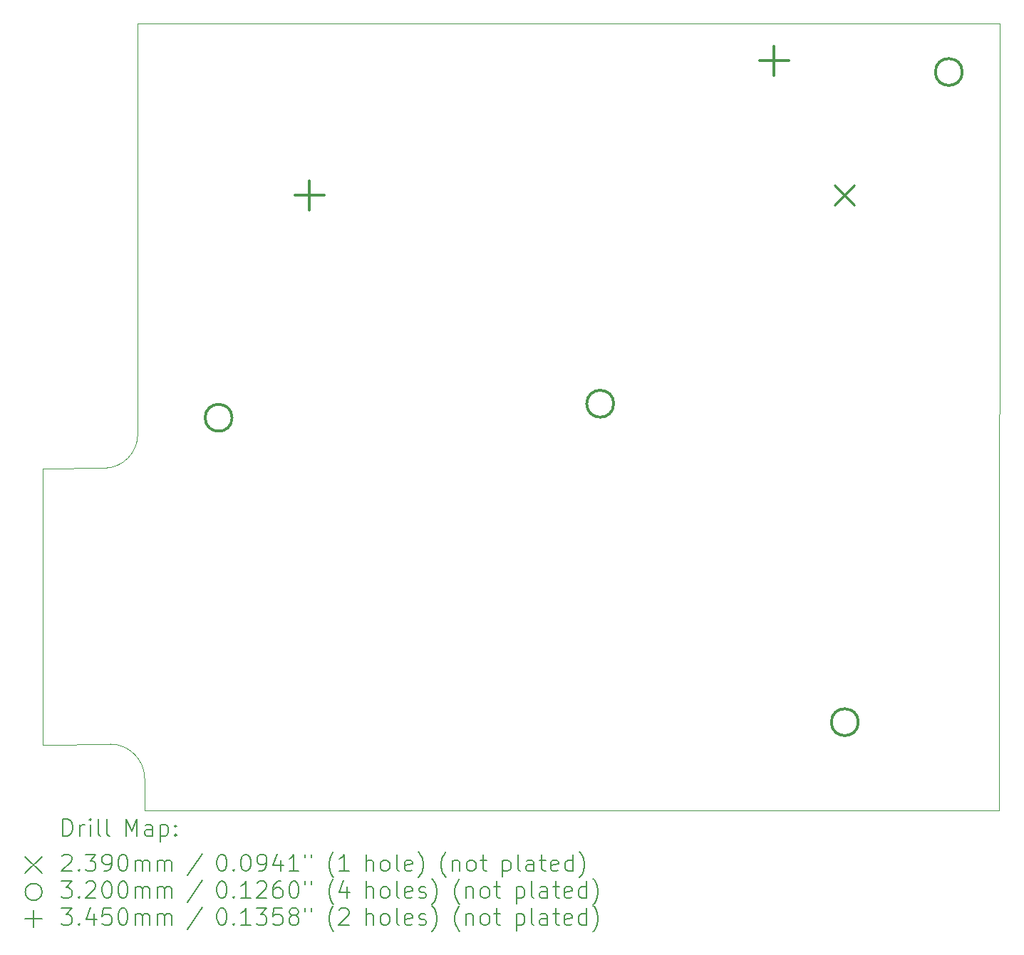
<source format=gbr>
%TF.GenerationSoftware,KiCad,Pcbnew,(7.0.0-0)*%
%TF.CreationDate,2023-11-01T15:12:36+02:00*%
%TF.ProjectId,Untitled,556e7469-746c-4656-942e-6b696361645f,rev?*%
%TF.SameCoordinates,Original*%
%TF.FileFunction,Drillmap*%
%TF.FilePolarity,Positive*%
%FSLAX45Y45*%
G04 Gerber Fmt 4.5, Leading zero omitted, Abs format (unit mm)*
G04 Created by KiCad (PCBNEW (7.0.0-0)) date 2023-11-01 15:12:36*
%MOMM*%
%LPD*%
G01*
G04 APERTURE LIST*
%ADD10C,0.100000*%
%ADD11C,0.200000*%
%ADD12C,0.239000*%
%ADD13C,0.320000*%
%ADD14C,0.345000*%
G04 APERTURE END LIST*
D10*
X19798000Y-2300000D02*
X19797000Y-11662000D01*
X9641000Y-11281000D02*
G75*
G03*
X9233000Y-10870000I-409500J1500D01*
G01*
X8427500Y-7594000D02*
X8427500Y-10876000D01*
X9160000Y-7590000D02*
X8427500Y-7594000D01*
X19798000Y-2300000D02*
X9560000Y-2300000D01*
X9641000Y-11662000D02*
X19797000Y-11662000D01*
X9560000Y-2300000D02*
X9560000Y-7180000D01*
X9641000Y-11281000D02*
X9641000Y-11662000D01*
X9160000Y-7590000D02*
G75*
G03*
X9560000Y-7180000I-5000J405000D01*
G01*
X9233000Y-10870000D02*
X8427500Y-10876000D01*
D11*
D12*
X17834660Y-4226340D02*
X18073660Y-4465340D01*
X18073660Y-4226340D02*
X17834660Y-4465340D01*
D13*
X10680000Y-6990000D02*
G75*
G03*
X10680000Y-6990000I-160000J0D01*
G01*
X15214000Y-6823000D02*
G75*
G03*
X15214000Y-6823000I-160000J0D01*
G01*
X18120000Y-10609000D02*
G75*
G03*
X18120000Y-10609000I-160000J0D01*
G01*
X19356000Y-2879000D02*
G75*
G03*
X19356000Y-2879000I-160000J0D01*
G01*
D14*
X11601160Y-4173340D02*
X11601160Y-4518340D01*
X11428660Y-4345840D02*
X11773660Y-4345840D01*
X17121160Y-2573340D02*
X17121160Y-2918340D01*
X16948660Y-2745840D02*
X17293660Y-2745840D01*
D11*
X8670119Y-11960476D02*
X8670119Y-11760476D01*
X8670119Y-11760476D02*
X8717738Y-11760476D01*
X8717738Y-11760476D02*
X8746310Y-11770000D01*
X8746310Y-11770000D02*
X8765357Y-11789048D01*
X8765357Y-11789048D02*
X8774881Y-11808095D01*
X8774881Y-11808095D02*
X8784405Y-11846190D01*
X8784405Y-11846190D02*
X8784405Y-11874762D01*
X8784405Y-11874762D02*
X8774881Y-11912857D01*
X8774881Y-11912857D02*
X8765357Y-11931905D01*
X8765357Y-11931905D02*
X8746310Y-11950952D01*
X8746310Y-11950952D02*
X8717738Y-11960476D01*
X8717738Y-11960476D02*
X8670119Y-11960476D01*
X8870119Y-11960476D02*
X8870119Y-11827143D01*
X8870119Y-11865238D02*
X8879643Y-11846190D01*
X8879643Y-11846190D02*
X8889167Y-11836667D01*
X8889167Y-11836667D02*
X8908214Y-11827143D01*
X8908214Y-11827143D02*
X8927262Y-11827143D01*
X8993929Y-11960476D02*
X8993929Y-11827143D01*
X8993929Y-11760476D02*
X8984405Y-11770000D01*
X8984405Y-11770000D02*
X8993929Y-11779524D01*
X8993929Y-11779524D02*
X9003452Y-11770000D01*
X9003452Y-11770000D02*
X8993929Y-11760476D01*
X8993929Y-11760476D02*
X8993929Y-11779524D01*
X9117738Y-11960476D02*
X9098690Y-11950952D01*
X9098690Y-11950952D02*
X9089167Y-11931905D01*
X9089167Y-11931905D02*
X9089167Y-11760476D01*
X9222500Y-11960476D02*
X9203452Y-11950952D01*
X9203452Y-11950952D02*
X9193929Y-11931905D01*
X9193929Y-11931905D02*
X9193929Y-11760476D01*
X9418690Y-11960476D02*
X9418690Y-11760476D01*
X9418690Y-11760476D02*
X9485357Y-11903333D01*
X9485357Y-11903333D02*
X9552024Y-11760476D01*
X9552024Y-11760476D02*
X9552024Y-11960476D01*
X9732976Y-11960476D02*
X9732976Y-11855714D01*
X9732976Y-11855714D02*
X9723452Y-11836667D01*
X9723452Y-11836667D02*
X9704405Y-11827143D01*
X9704405Y-11827143D02*
X9666309Y-11827143D01*
X9666309Y-11827143D02*
X9647262Y-11836667D01*
X9732976Y-11950952D02*
X9713929Y-11960476D01*
X9713929Y-11960476D02*
X9666309Y-11960476D01*
X9666309Y-11960476D02*
X9647262Y-11950952D01*
X9647262Y-11950952D02*
X9637738Y-11931905D01*
X9637738Y-11931905D02*
X9637738Y-11912857D01*
X9637738Y-11912857D02*
X9647262Y-11893809D01*
X9647262Y-11893809D02*
X9666309Y-11884286D01*
X9666309Y-11884286D02*
X9713929Y-11884286D01*
X9713929Y-11884286D02*
X9732976Y-11874762D01*
X9828214Y-11827143D02*
X9828214Y-12027143D01*
X9828214Y-11836667D02*
X9847262Y-11827143D01*
X9847262Y-11827143D02*
X9885357Y-11827143D01*
X9885357Y-11827143D02*
X9904405Y-11836667D01*
X9904405Y-11836667D02*
X9913929Y-11846190D01*
X9913929Y-11846190D02*
X9923452Y-11865238D01*
X9923452Y-11865238D02*
X9923452Y-11922381D01*
X9923452Y-11922381D02*
X9913929Y-11941428D01*
X9913929Y-11941428D02*
X9904405Y-11950952D01*
X9904405Y-11950952D02*
X9885357Y-11960476D01*
X9885357Y-11960476D02*
X9847262Y-11960476D01*
X9847262Y-11960476D02*
X9828214Y-11950952D01*
X10009167Y-11941428D02*
X10018690Y-11950952D01*
X10018690Y-11950952D02*
X10009167Y-11960476D01*
X10009167Y-11960476D02*
X9999643Y-11950952D01*
X9999643Y-11950952D02*
X10009167Y-11941428D01*
X10009167Y-11941428D02*
X10009167Y-11960476D01*
X10009167Y-11836667D02*
X10018690Y-11846190D01*
X10018690Y-11846190D02*
X10009167Y-11855714D01*
X10009167Y-11855714D02*
X9999643Y-11846190D01*
X9999643Y-11846190D02*
X10009167Y-11836667D01*
X10009167Y-11836667D02*
X10009167Y-11855714D01*
X8222500Y-12207000D02*
X8422500Y-12407000D01*
X8422500Y-12207000D02*
X8222500Y-12407000D01*
X8660595Y-12199524D02*
X8670119Y-12190000D01*
X8670119Y-12190000D02*
X8689167Y-12180476D01*
X8689167Y-12180476D02*
X8736786Y-12180476D01*
X8736786Y-12180476D02*
X8755833Y-12190000D01*
X8755833Y-12190000D02*
X8765357Y-12199524D01*
X8765357Y-12199524D02*
X8774881Y-12218571D01*
X8774881Y-12218571D02*
X8774881Y-12237619D01*
X8774881Y-12237619D02*
X8765357Y-12266190D01*
X8765357Y-12266190D02*
X8651071Y-12380476D01*
X8651071Y-12380476D02*
X8774881Y-12380476D01*
X8860595Y-12361428D02*
X8870119Y-12370952D01*
X8870119Y-12370952D02*
X8860595Y-12380476D01*
X8860595Y-12380476D02*
X8851071Y-12370952D01*
X8851071Y-12370952D02*
X8860595Y-12361428D01*
X8860595Y-12361428D02*
X8860595Y-12380476D01*
X8936786Y-12180476D02*
X9060595Y-12180476D01*
X9060595Y-12180476D02*
X8993929Y-12256667D01*
X8993929Y-12256667D02*
X9022500Y-12256667D01*
X9022500Y-12256667D02*
X9041548Y-12266190D01*
X9041548Y-12266190D02*
X9051071Y-12275714D01*
X9051071Y-12275714D02*
X9060595Y-12294762D01*
X9060595Y-12294762D02*
X9060595Y-12342381D01*
X9060595Y-12342381D02*
X9051071Y-12361428D01*
X9051071Y-12361428D02*
X9041548Y-12370952D01*
X9041548Y-12370952D02*
X9022500Y-12380476D01*
X9022500Y-12380476D02*
X8965357Y-12380476D01*
X8965357Y-12380476D02*
X8946310Y-12370952D01*
X8946310Y-12370952D02*
X8936786Y-12361428D01*
X9155833Y-12380476D02*
X9193929Y-12380476D01*
X9193929Y-12380476D02*
X9212976Y-12370952D01*
X9212976Y-12370952D02*
X9222500Y-12361428D01*
X9222500Y-12361428D02*
X9241548Y-12332857D01*
X9241548Y-12332857D02*
X9251071Y-12294762D01*
X9251071Y-12294762D02*
X9251071Y-12218571D01*
X9251071Y-12218571D02*
X9241548Y-12199524D01*
X9241548Y-12199524D02*
X9232024Y-12190000D01*
X9232024Y-12190000D02*
X9212976Y-12180476D01*
X9212976Y-12180476D02*
X9174881Y-12180476D01*
X9174881Y-12180476D02*
X9155833Y-12190000D01*
X9155833Y-12190000D02*
X9146310Y-12199524D01*
X9146310Y-12199524D02*
X9136786Y-12218571D01*
X9136786Y-12218571D02*
X9136786Y-12266190D01*
X9136786Y-12266190D02*
X9146310Y-12285238D01*
X9146310Y-12285238D02*
X9155833Y-12294762D01*
X9155833Y-12294762D02*
X9174881Y-12304286D01*
X9174881Y-12304286D02*
X9212976Y-12304286D01*
X9212976Y-12304286D02*
X9232024Y-12294762D01*
X9232024Y-12294762D02*
X9241548Y-12285238D01*
X9241548Y-12285238D02*
X9251071Y-12266190D01*
X9374881Y-12180476D02*
X9393929Y-12180476D01*
X9393929Y-12180476D02*
X9412976Y-12190000D01*
X9412976Y-12190000D02*
X9422500Y-12199524D01*
X9422500Y-12199524D02*
X9432024Y-12218571D01*
X9432024Y-12218571D02*
X9441548Y-12256667D01*
X9441548Y-12256667D02*
X9441548Y-12304286D01*
X9441548Y-12304286D02*
X9432024Y-12342381D01*
X9432024Y-12342381D02*
X9422500Y-12361428D01*
X9422500Y-12361428D02*
X9412976Y-12370952D01*
X9412976Y-12370952D02*
X9393929Y-12380476D01*
X9393929Y-12380476D02*
X9374881Y-12380476D01*
X9374881Y-12380476D02*
X9355833Y-12370952D01*
X9355833Y-12370952D02*
X9346310Y-12361428D01*
X9346310Y-12361428D02*
X9336786Y-12342381D01*
X9336786Y-12342381D02*
X9327262Y-12304286D01*
X9327262Y-12304286D02*
X9327262Y-12256667D01*
X9327262Y-12256667D02*
X9336786Y-12218571D01*
X9336786Y-12218571D02*
X9346310Y-12199524D01*
X9346310Y-12199524D02*
X9355833Y-12190000D01*
X9355833Y-12190000D02*
X9374881Y-12180476D01*
X9527262Y-12380476D02*
X9527262Y-12247143D01*
X9527262Y-12266190D02*
X9536786Y-12256667D01*
X9536786Y-12256667D02*
X9555833Y-12247143D01*
X9555833Y-12247143D02*
X9584405Y-12247143D01*
X9584405Y-12247143D02*
X9603452Y-12256667D01*
X9603452Y-12256667D02*
X9612976Y-12275714D01*
X9612976Y-12275714D02*
X9612976Y-12380476D01*
X9612976Y-12275714D02*
X9622500Y-12256667D01*
X9622500Y-12256667D02*
X9641548Y-12247143D01*
X9641548Y-12247143D02*
X9670119Y-12247143D01*
X9670119Y-12247143D02*
X9689167Y-12256667D01*
X9689167Y-12256667D02*
X9698691Y-12275714D01*
X9698691Y-12275714D02*
X9698691Y-12380476D01*
X9793929Y-12380476D02*
X9793929Y-12247143D01*
X9793929Y-12266190D02*
X9803452Y-12256667D01*
X9803452Y-12256667D02*
X9822500Y-12247143D01*
X9822500Y-12247143D02*
X9851072Y-12247143D01*
X9851072Y-12247143D02*
X9870119Y-12256667D01*
X9870119Y-12256667D02*
X9879643Y-12275714D01*
X9879643Y-12275714D02*
X9879643Y-12380476D01*
X9879643Y-12275714D02*
X9889167Y-12256667D01*
X9889167Y-12256667D02*
X9908214Y-12247143D01*
X9908214Y-12247143D02*
X9936786Y-12247143D01*
X9936786Y-12247143D02*
X9955833Y-12256667D01*
X9955833Y-12256667D02*
X9965357Y-12275714D01*
X9965357Y-12275714D02*
X9965357Y-12380476D01*
X10323452Y-12170952D02*
X10152024Y-12428095D01*
X10548214Y-12180476D02*
X10567262Y-12180476D01*
X10567262Y-12180476D02*
X10586310Y-12190000D01*
X10586310Y-12190000D02*
X10595833Y-12199524D01*
X10595833Y-12199524D02*
X10605357Y-12218571D01*
X10605357Y-12218571D02*
X10614881Y-12256667D01*
X10614881Y-12256667D02*
X10614881Y-12304286D01*
X10614881Y-12304286D02*
X10605357Y-12342381D01*
X10605357Y-12342381D02*
X10595833Y-12361428D01*
X10595833Y-12361428D02*
X10586310Y-12370952D01*
X10586310Y-12370952D02*
X10567262Y-12380476D01*
X10567262Y-12380476D02*
X10548214Y-12380476D01*
X10548214Y-12380476D02*
X10529167Y-12370952D01*
X10529167Y-12370952D02*
X10519643Y-12361428D01*
X10519643Y-12361428D02*
X10510119Y-12342381D01*
X10510119Y-12342381D02*
X10500595Y-12304286D01*
X10500595Y-12304286D02*
X10500595Y-12256667D01*
X10500595Y-12256667D02*
X10510119Y-12218571D01*
X10510119Y-12218571D02*
X10519643Y-12199524D01*
X10519643Y-12199524D02*
X10529167Y-12190000D01*
X10529167Y-12190000D02*
X10548214Y-12180476D01*
X10700595Y-12361428D02*
X10710119Y-12370952D01*
X10710119Y-12370952D02*
X10700595Y-12380476D01*
X10700595Y-12380476D02*
X10691072Y-12370952D01*
X10691072Y-12370952D02*
X10700595Y-12361428D01*
X10700595Y-12361428D02*
X10700595Y-12380476D01*
X10833929Y-12180476D02*
X10852976Y-12180476D01*
X10852976Y-12180476D02*
X10872024Y-12190000D01*
X10872024Y-12190000D02*
X10881548Y-12199524D01*
X10881548Y-12199524D02*
X10891072Y-12218571D01*
X10891072Y-12218571D02*
X10900595Y-12256667D01*
X10900595Y-12256667D02*
X10900595Y-12304286D01*
X10900595Y-12304286D02*
X10891072Y-12342381D01*
X10891072Y-12342381D02*
X10881548Y-12361428D01*
X10881548Y-12361428D02*
X10872024Y-12370952D01*
X10872024Y-12370952D02*
X10852976Y-12380476D01*
X10852976Y-12380476D02*
X10833929Y-12380476D01*
X10833929Y-12380476D02*
X10814881Y-12370952D01*
X10814881Y-12370952D02*
X10805357Y-12361428D01*
X10805357Y-12361428D02*
X10795833Y-12342381D01*
X10795833Y-12342381D02*
X10786310Y-12304286D01*
X10786310Y-12304286D02*
X10786310Y-12256667D01*
X10786310Y-12256667D02*
X10795833Y-12218571D01*
X10795833Y-12218571D02*
X10805357Y-12199524D01*
X10805357Y-12199524D02*
X10814881Y-12190000D01*
X10814881Y-12190000D02*
X10833929Y-12180476D01*
X10995833Y-12380476D02*
X11033929Y-12380476D01*
X11033929Y-12380476D02*
X11052976Y-12370952D01*
X11052976Y-12370952D02*
X11062500Y-12361428D01*
X11062500Y-12361428D02*
X11081548Y-12332857D01*
X11081548Y-12332857D02*
X11091072Y-12294762D01*
X11091072Y-12294762D02*
X11091072Y-12218571D01*
X11091072Y-12218571D02*
X11081548Y-12199524D01*
X11081548Y-12199524D02*
X11072024Y-12190000D01*
X11072024Y-12190000D02*
X11052976Y-12180476D01*
X11052976Y-12180476D02*
X11014881Y-12180476D01*
X11014881Y-12180476D02*
X10995833Y-12190000D01*
X10995833Y-12190000D02*
X10986310Y-12199524D01*
X10986310Y-12199524D02*
X10976786Y-12218571D01*
X10976786Y-12218571D02*
X10976786Y-12266190D01*
X10976786Y-12266190D02*
X10986310Y-12285238D01*
X10986310Y-12285238D02*
X10995833Y-12294762D01*
X10995833Y-12294762D02*
X11014881Y-12304286D01*
X11014881Y-12304286D02*
X11052976Y-12304286D01*
X11052976Y-12304286D02*
X11072024Y-12294762D01*
X11072024Y-12294762D02*
X11081548Y-12285238D01*
X11081548Y-12285238D02*
X11091072Y-12266190D01*
X11262500Y-12247143D02*
X11262500Y-12380476D01*
X11214881Y-12170952D02*
X11167262Y-12313809D01*
X11167262Y-12313809D02*
X11291071Y-12313809D01*
X11472024Y-12380476D02*
X11357738Y-12380476D01*
X11414881Y-12380476D02*
X11414881Y-12180476D01*
X11414881Y-12180476D02*
X11395833Y-12209048D01*
X11395833Y-12209048D02*
X11376786Y-12228095D01*
X11376786Y-12228095D02*
X11357738Y-12237619D01*
X11548214Y-12180476D02*
X11548214Y-12218571D01*
X11624405Y-12180476D02*
X11624405Y-12218571D01*
X11887262Y-12456667D02*
X11877738Y-12447143D01*
X11877738Y-12447143D02*
X11858691Y-12418571D01*
X11858691Y-12418571D02*
X11849167Y-12399524D01*
X11849167Y-12399524D02*
X11839643Y-12370952D01*
X11839643Y-12370952D02*
X11830119Y-12323333D01*
X11830119Y-12323333D02*
X11830119Y-12285238D01*
X11830119Y-12285238D02*
X11839643Y-12237619D01*
X11839643Y-12237619D02*
X11849167Y-12209048D01*
X11849167Y-12209048D02*
X11858691Y-12190000D01*
X11858691Y-12190000D02*
X11877738Y-12161428D01*
X11877738Y-12161428D02*
X11887262Y-12151905D01*
X12068214Y-12380476D02*
X11953929Y-12380476D01*
X12011071Y-12380476D02*
X12011071Y-12180476D01*
X12011071Y-12180476D02*
X11992024Y-12209048D01*
X11992024Y-12209048D02*
X11972976Y-12228095D01*
X11972976Y-12228095D02*
X11953929Y-12237619D01*
X12273929Y-12380476D02*
X12273929Y-12180476D01*
X12359643Y-12380476D02*
X12359643Y-12275714D01*
X12359643Y-12275714D02*
X12350119Y-12256667D01*
X12350119Y-12256667D02*
X12331072Y-12247143D01*
X12331072Y-12247143D02*
X12302500Y-12247143D01*
X12302500Y-12247143D02*
X12283452Y-12256667D01*
X12283452Y-12256667D02*
X12273929Y-12266190D01*
X12483452Y-12380476D02*
X12464405Y-12370952D01*
X12464405Y-12370952D02*
X12454881Y-12361428D01*
X12454881Y-12361428D02*
X12445357Y-12342381D01*
X12445357Y-12342381D02*
X12445357Y-12285238D01*
X12445357Y-12285238D02*
X12454881Y-12266190D01*
X12454881Y-12266190D02*
X12464405Y-12256667D01*
X12464405Y-12256667D02*
X12483452Y-12247143D01*
X12483452Y-12247143D02*
X12512024Y-12247143D01*
X12512024Y-12247143D02*
X12531072Y-12256667D01*
X12531072Y-12256667D02*
X12540595Y-12266190D01*
X12540595Y-12266190D02*
X12550119Y-12285238D01*
X12550119Y-12285238D02*
X12550119Y-12342381D01*
X12550119Y-12342381D02*
X12540595Y-12361428D01*
X12540595Y-12361428D02*
X12531072Y-12370952D01*
X12531072Y-12370952D02*
X12512024Y-12380476D01*
X12512024Y-12380476D02*
X12483452Y-12380476D01*
X12664405Y-12380476D02*
X12645357Y-12370952D01*
X12645357Y-12370952D02*
X12635833Y-12351905D01*
X12635833Y-12351905D02*
X12635833Y-12180476D01*
X12816786Y-12370952D02*
X12797738Y-12380476D01*
X12797738Y-12380476D02*
X12759643Y-12380476D01*
X12759643Y-12380476D02*
X12740595Y-12370952D01*
X12740595Y-12370952D02*
X12731072Y-12351905D01*
X12731072Y-12351905D02*
X12731072Y-12275714D01*
X12731072Y-12275714D02*
X12740595Y-12256667D01*
X12740595Y-12256667D02*
X12759643Y-12247143D01*
X12759643Y-12247143D02*
X12797738Y-12247143D01*
X12797738Y-12247143D02*
X12816786Y-12256667D01*
X12816786Y-12256667D02*
X12826310Y-12275714D01*
X12826310Y-12275714D02*
X12826310Y-12294762D01*
X12826310Y-12294762D02*
X12731072Y-12313809D01*
X12892976Y-12456667D02*
X12902500Y-12447143D01*
X12902500Y-12447143D02*
X12921548Y-12418571D01*
X12921548Y-12418571D02*
X12931072Y-12399524D01*
X12931072Y-12399524D02*
X12940595Y-12370952D01*
X12940595Y-12370952D02*
X12950119Y-12323333D01*
X12950119Y-12323333D02*
X12950119Y-12285238D01*
X12950119Y-12285238D02*
X12940595Y-12237619D01*
X12940595Y-12237619D02*
X12931072Y-12209048D01*
X12931072Y-12209048D02*
X12921548Y-12190000D01*
X12921548Y-12190000D02*
X12902500Y-12161428D01*
X12902500Y-12161428D02*
X12892976Y-12151905D01*
X13222500Y-12456667D02*
X13212976Y-12447143D01*
X13212976Y-12447143D02*
X13193929Y-12418571D01*
X13193929Y-12418571D02*
X13184405Y-12399524D01*
X13184405Y-12399524D02*
X13174881Y-12370952D01*
X13174881Y-12370952D02*
X13165357Y-12323333D01*
X13165357Y-12323333D02*
X13165357Y-12285238D01*
X13165357Y-12285238D02*
X13174881Y-12237619D01*
X13174881Y-12237619D02*
X13184405Y-12209048D01*
X13184405Y-12209048D02*
X13193929Y-12190000D01*
X13193929Y-12190000D02*
X13212976Y-12161428D01*
X13212976Y-12161428D02*
X13222500Y-12151905D01*
X13298691Y-12247143D02*
X13298691Y-12380476D01*
X13298691Y-12266190D02*
X13308214Y-12256667D01*
X13308214Y-12256667D02*
X13327262Y-12247143D01*
X13327262Y-12247143D02*
X13355833Y-12247143D01*
X13355833Y-12247143D02*
X13374881Y-12256667D01*
X13374881Y-12256667D02*
X13384405Y-12275714D01*
X13384405Y-12275714D02*
X13384405Y-12380476D01*
X13508214Y-12380476D02*
X13489167Y-12370952D01*
X13489167Y-12370952D02*
X13479643Y-12361428D01*
X13479643Y-12361428D02*
X13470119Y-12342381D01*
X13470119Y-12342381D02*
X13470119Y-12285238D01*
X13470119Y-12285238D02*
X13479643Y-12266190D01*
X13479643Y-12266190D02*
X13489167Y-12256667D01*
X13489167Y-12256667D02*
X13508214Y-12247143D01*
X13508214Y-12247143D02*
X13536786Y-12247143D01*
X13536786Y-12247143D02*
X13555833Y-12256667D01*
X13555833Y-12256667D02*
X13565357Y-12266190D01*
X13565357Y-12266190D02*
X13574881Y-12285238D01*
X13574881Y-12285238D02*
X13574881Y-12342381D01*
X13574881Y-12342381D02*
X13565357Y-12361428D01*
X13565357Y-12361428D02*
X13555833Y-12370952D01*
X13555833Y-12370952D02*
X13536786Y-12380476D01*
X13536786Y-12380476D02*
X13508214Y-12380476D01*
X13632024Y-12247143D02*
X13708214Y-12247143D01*
X13660595Y-12180476D02*
X13660595Y-12351905D01*
X13660595Y-12351905D02*
X13670119Y-12370952D01*
X13670119Y-12370952D02*
X13689167Y-12380476D01*
X13689167Y-12380476D02*
X13708214Y-12380476D01*
X13894881Y-12247143D02*
X13894881Y-12447143D01*
X13894881Y-12256667D02*
X13913929Y-12247143D01*
X13913929Y-12247143D02*
X13952024Y-12247143D01*
X13952024Y-12247143D02*
X13971072Y-12256667D01*
X13971072Y-12256667D02*
X13980595Y-12266190D01*
X13980595Y-12266190D02*
X13990119Y-12285238D01*
X13990119Y-12285238D02*
X13990119Y-12342381D01*
X13990119Y-12342381D02*
X13980595Y-12361428D01*
X13980595Y-12361428D02*
X13971072Y-12370952D01*
X13971072Y-12370952D02*
X13952024Y-12380476D01*
X13952024Y-12380476D02*
X13913929Y-12380476D01*
X13913929Y-12380476D02*
X13894881Y-12370952D01*
X14104405Y-12380476D02*
X14085357Y-12370952D01*
X14085357Y-12370952D02*
X14075833Y-12351905D01*
X14075833Y-12351905D02*
X14075833Y-12180476D01*
X14266310Y-12380476D02*
X14266310Y-12275714D01*
X14266310Y-12275714D02*
X14256786Y-12256667D01*
X14256786Y-12256667D02*
X14237738Y-12247143D01*
X14237738Y-12247143D02*
X14199643Y-12247143D01*
X14199643Y-12247143D02*
X14180595Y-12256667D01*
X14266310Y-12370952D02*
X14247262Y-12380476D01*
X14247262Y-12380476D02*
X14199643Y-12380476D01*
X14199643Y-12380476D02*
X14180595Y-12370952D01*
X14180595Y-12370952D02*
X14171072Y-12351905D01*
X14171072Y-12351905D02*
X14171072Y-12332857D01*
X14171072Y-12332857D02*
X14180595Y-12313809D01*
X14180595Y-12313809D02*
X14199643Y-12304286D01*
X14199643Y-12304286D02*
X14247262Y-12304286D01*
X14247262Y-12304286D02*
X14266310Y-12294762D01*
X14332976Y-12247143D02*
X14409167Y-12247143D01*
X14361548Y-12180476D02*
X14361548Y-12351905D01*
X14361548Y-12351905D02*
X14371072Y-12370952D01*
X14371072Y-12370952D02*
X14390119Y-12380476D01*
X14390119Y-12380476D02*
X14409167Y-12380476D01*
X14552024Y-12370952D02*
X14532976Y-12380476D01*
X14532976Y-12380476D02*
X14494881Y-12380476D01*
X14494881Y-12380476D02*
X14475833Y-12370952D01*
X14475833Y-12370952D02*
X14466310Y-12351905D01*
X14466310Y-12351905D02*
X14466310Y-12275714D01*
X14466310Y-12275714D02*
X14475833Y-12256667D01*
X14475833Y-12256667D02*
X14494881Y-12247143D01*
X14494881Y-12247143D02*
X14532976Y-12247143D01*
X14532976Y-12247143D02*
X14552024Y-12256667D01*
X14552024Y-12256667D02*
X14561548Y-12275714D01*
X14561548Y-12275714D02*
X14561548Y-12294762D01*
X14561548Y-12294762D02*
X14466310Y-12313809D01*
X14732976Y-12380476D02*
X14732976Y-12180476D01*
X14732976Y-12370952D02*
X14713929Y-12380476D01*
X14713929Y-12380476D02*
X14675833Y-12380476D01*
X14675833Y-12380476D02*
X14656786Y-12370952D01*
X14656786Y-12370952D02*
X14647262Y-12361428D01*
X14647262Y-12361428D02*
X14637738Y-12342381D01*
X14637738Y-12342381D02*
X14637738Y-12285238D01*
X14637738Y-12285238D02*
X14647262Y-12266190D01*
X14647262Y-12266190D02*
X14656786Y-12256667D01*
X14656786Y-12256667D02*
X14675833Y-12247143D01*
X14675833Y-12247143D02*
X14713929Y-12247143D01*
X14713929Y-12247143D02*
X14732976Y-12256667D01*
X14809167Y-12456667D02*
X14818691Y-12447143D01*
X14818691Y-12447143D02*
X14837738Y-12418571D01*
X14837738Y-12418571D02*
X14847262Y-12399524D01*
X14847262Y-12399524D02*
X14856786Y-12370952D01*
X14856786Y-12370952D02*
X14866310Y-12323333D01*
X14866310Y-12323333D02*
X14866310Y-12285238D01*
X14866310Y-12285238D02*
X14856786Y-12237619D01*
X14856786Y-12237619D02*
X14847262Y-12209048D01*
X14847262Y-12209048D02*
X14837738Y-12190000D01*
X14837738Y-12190000D02*
X14818691Y-12161428D01*
X14818691Y-12161428D02*
X14809167Y-12151905D01*
X8422500Y-12627000D02*
G75*
G03*
X8422500Y-12627000I-100000J0D01*
G01*
X8651071Y-12500476D02*
X8774881Y-12500476D01*
X8774881Y-12500476D02*
X8708214Y-12576667D01*
X8708214Y-12576667D02*
X8736786Y-12576667D01*
X8736786Y-12576667D02*
X8755833Y-12586190D01*
X8755833Y-12586190D02*
X8765357Y-12595714D01*
X8765357Y-12595714D02*
X8774881Y-12614762D01*
X8774881Y-12614762D02*
X8774881Y-12662381D01*
X8774881Y-12662381D02*
X8765357Y-12681428D01*
X8765357Y-12681428D02*
X8755833Y-12690952D01*
X8755833Y-12690952D02*
X8736786Y-12700476D01*
X8736786Y-12700476D02*
X8679643Y-12700476D01*
X8679643Y-12700476D02*
X8660595Y-12690952D01*
X8660595Y-12690952D02*
X8651071Y-12681428D01*
X8860595Y-12681428D02*
X8870119Y-12690952D01*
X8870119Y-12690952D02*
X8860595Y-12700476D01*
X8860595Y-12700476D02*
X8851071Y-12690952D01*
X8851071Y-12690952D02*
X8860595Y-12681428D01*
X8860595Y-12681428D02*
X8860595Y-12700476D01*
X8946310Y-12519524D02*
X8955833Y-12510000D01*
X8955833Y-12510000D02*
X8974881Y-12500476D01*
X8974881Y-12500476D02*
X9022500Y-12500476D01*
X9022500Y-12500476D02*
X9041548Y-12510000D01*
X9041548Y-12510000D02*
X9051071Y-12519524D01*
X9051071Y-12519524D02*
X9060595Y-12538571D01*
X9060595Y-12538571D02*
X9060595Y-12557619D01*
X9060595Y-12557619D02*
X9051071Y-12586190D01*
X9051071Y-12586190D02*
X8936786Y-12700476D01*
X8936786Y-12700476D02*
X9060595Y-12700476D01*
X9184405Y-12500476D02*
X9203452Y-12500476D01*
X9203452Y-12500476D02*
X9222500Y-12510000D01*
X9222500Y-12510000D02*
X9232024Y-12519524D01*
X9232024Y-12519524D02*
X9241548Y-12538571D01*
X9241548Y-12538571D02*
X9251071Y-12576667D01*
X9251071Y-12576667D02*
X9251071Y-12624286D01*
X9251071Y-12624286D02*
X9241548Y-12662381D01*
X9241548Y-12662381D02*
X9232024Y-12681428D01*
X9232024Y-12681428D02*
X9222500Y-12690952D01*
X9222500Y-12690952D02*
X9203452Y-12700476D01*
X9203452Y-12700476D02*
X9184405Y-12700476D01*
X9184405Y-12700476D02*
X9165357Y-12690952D01*
X9165357Y-12690952D02*
X9155833Y-12681428D01*
X9155833Y-12681428D02*
X9146310Y-12662381D01*
X9146310Y-12662381D02*
X9136786Y-12624286D01*
X9136786Y-12624286D02*
X9136786Y-12576667D01*
X9136786Y-12576667D02*
X9146310Y-12538571D01*
X9146310Y-12538571D02*
X9155833Y-12519524D01*
X9155833Y-12519524D02*
X9165357Y-12510000D01*
X9165357Y-12510000D02*
X9184405Y-12500476D01*
X9374881Y-12500476D02*
X9393929Y-12500476D01*
X9393929Y-12500476D02*
X9412976Y-12510000D01*
X9412976Y-12510000D02*
X9422500Y-12519524D01*
X9422500Y-12519524D02*
X9432024Y-12538571D01*
X9432024Y-12538571D02*
X9441548Y-12576667D01*
X9441548Y-12576667D02*
X9441548Y-12624286D01*
X9441548Y-12624286D02*
X9432024Y-12662381D01*
X9432024Y-12662381D02*
X9422500Y-12681428D01*
X9422500Y-12681428D02*
X9412976Y-12690952D01*
X9412976Y-12690952D02*
X9393929Y-12700476D01*
X9393929Y-12700476D02*
X9374881Y-12700476D01*
X9374881Y-12700476D02*
X9355833Y-12690952D01*
X9355833Y-12690952D02*
X9346310Y-12681428D01*
X9346310Y-12681428D02*
X9336786Y-12662381D01*
X9336786Y-12662381D02*
X9327262Y-12624286D01*
X9327262Y-12624286D02*
X9327262Y-12576667D01*
X9327262Y-12576667D02*
X9336786Y-12538571D01*
X9336786Y-12538571D02*
X9346310Y-12519524D01*
X9346310Y-12519524D02*
X9355833Y-12510000D01*
X9355833Y-12510000D02*
X9374881Y-12500476D01*
X9527262Y-12700476D02*
X9527262Y-12567143D01*
X9527262Y-12586190D02*
X9536786Y-12576667D01*
X9536786Y-12576667D02*
X9555833Y-12567143D01*
X9555833Y-12567143D02*
X9584405Y-12567143D01*
X9584405Y-12567143D02*
X9603452Y-12576667D01*
X9603452Y-12576667D02*
X9612976Y-12595714D01*
X9612976Y-12595714D02*
X9612976Y-12700476D01*
X9612976Y-12595714D02*
X9622500Y-12576667D01*
X9622500Y-12576667D02*
X9641548Y-12567143D01*
X9641548Y-12567143D02*
X9670119Y-12567143D01*
X9670119Y-12567143D02*
X9689167Y-12576667D01*
X9689167Y-12576667D02*
X9698691Y-12595714D01*
X9698691Y-12595714D02*
X9698691Y-12700476D01*
X9793929Y-12700476D02*
X9793929Y-12567143D01*
X9793929Y-12586190D02*
X9803452Y-12576667D01*
X9803452Y-12576667D02*
X9822500Y-12567143D01*
X9822500Y-12567143D02*
X9851072Y-12567143D01*
X9851072Y-12567143D02*
X9870119Y-12576667D01*
X9870119Y-12576667D02*
X9879643Y-12595714D01*
X9879643Y-12595714D02*
X9879643Y-12700476D01*
X9879643Y-12595714D02*
X9889167Y-12576667D01*
X9889167Y-12576667D02*
X9908214Y-12567143D01*
X9908214Y-12567143D02*
X9936786Y-12567143D01*
X9936786Y-12567143D02*
X9955833Y-12576667D01*
X9955833Y-12576667D02*
X9965357Y-12595714D01*
X9965357Y-12595714D02*
X9965357Y-12700476D01*
X10323452Y-12490952D02*
X10152024Y-12748095D01*
X10548214Y-12500476D02*
X10567262Y-12500476D01*
X10567262Y-12500476D02*
X10586310Y-12510000D01*
X10586310Y-12510000D02*
X10595833Y-12519524D01*
X10595833Y-12519524D02*
X10605357Y-12538571D01*
X10605357Y-12538571D02*
X10614881Y-12576667D01*
X10614881Y-12576667D02*
X10614881Y-12624286D01*
X10614881Y-12624286D02*
X10605357Y-12662381D01*
X10605357Y-12662381D02*
X10595833Y-12681428D01*
X10595833Y-12681428D02*
X10586310Y-12690952D01*
X10586310Y-12690952D02*
X10567262Y-12700476D01*
X10567262Y-12700476D02*
X10548214Y-12700476D01*
X10548214Y-12700476D02*
X10529167Y-12690952D01*
X10529167Y-12690952D02*
X10519643Y-12681428D01*
X10519643Y-12681428D02*
X10510119Y-12662381D01*
X10510119Y-12662381D02*
X10500595Y-12624286D01*
X10500595Y-12624286D02*
X10500595Y-12576667D01*
X10500595Y-12576667D02*
X10510119Y-12538571D01*
X10510119Y-12538571D02*
X10519643Y-12519524D01*
X10519643Y-12519524D02*
X10529167Y-12510000D01*
X10529167Y-12510000D02*
X10548214Y-12500476D01*
X10700595Y-12681428D02*
X10710119Y-12690952D01*
X10710119Y-12690952D02*
X10700595Y-12700476D01*
X10700595Y-12700476D02*
X10691072Y-12690952D01*
X10691072Y-12690952D02*
X10700595Y-12681428D01*
X10700595Y-12681428D02*
X10700595Y-12700476D01*
X10900595Y-12700476D02*
X10786310Y-12700476D01*
X10843452Y-12700476D02*
X10843452Y-12500476D01*
X10843452Y-12500476D02*
X10824405Y-12529048D01*
X10824405Y-12529048D02*
X10805357Y-12548095D01*
X10805357Y-12548095D02*
X10786310Y-12557619D01*
X10976786Y-12519524D02*
X10986310Y-12510000D01*
X10986310Y-12510000D02*
X11005357Y-12500476D01*
X11005357Y-12500476D02*
X11052976Y-12500476D01*
X11052976Y-12500476D02*
X11072024Y-12510000D01*
X11072024Y-12510000D02*
X11081548Y-12519524D01*
X11081548Y-12519524D02*
X11091072Y-12538571D01*
X11091072Y-12538571D02*
X11091072Y-12557619D01*
X11091072Y-12557619D02*
X11081548Y-12586190D01*
X11081548Y-12586190D02*
X10967262Y-12700476D01*
X10967262Y-12700476D02*
X11091072Y-12700476D01*
X11262500Y-12500476D02*
X11224405Y-12500476D01*
X11224405Y-12500476D02*
X11205357Y-12510000D01*
X11205357Y-12510000D02*
X11195833Y-12519524D01*
X11195833Y-12519524D02*
X11176786Y-12548095D01*
X11176786Y-12548095D02*
X11167262Y-12586190D01*
X11167262Y-12586190D02*
X11167262Y-12662381D01*
X11167262Y-12662381D02*
X11176786Y-12681428D01*
X11176786Y-12681428D02*
X11186310Y-12690952D01*
X11186310Y-12690952D02*
X11205357Y-12700476D01*
X11205357Y-12700476D02*
X11243452Y-12700476D01*
X11243452Y-12700476D02*
X11262500Y-12690952D01*
X11262500Y-12690952D02*
X11272024Y-12681428D01*
X11272024Y-12681428D02*
X11281548Y-12662381D01*
X11281548Y-12662381D02*
X11281548Y-12614762D01*
X11281548Y-12614762D02*
X11272024Y-12595714D01*
X11272024Y-12595714D02*
X11262500Y-12586190D01*
X11262500Y-12586190D02*
X11243452Y-12576667D01*
X11243452Y-12576667D02*
X11205357Y-12576667D01*
X11205357Y-12576667D02*
X11186310Y-12586190D01*
X11186310Y-12586190D02*
X11176786Y-12595714D01*
X11176786Y-12595714D02*
X11167262Y-12614762D01*
X11405357Y-12500476D02*
X11424405Y-12500476D01*
X11424405Y-12500476D02*
X11443452Y-12510000D01*
X11443452Y-12510000D02*
X11452976Y-12519524D01*
X11452976Y-12519524D02*
X11462500Y-12538571D01*
X11462500Y-12538571D02*
X11472024Y-12576667D01*
X11472024Y-12576667D02*
X11472024Y-12624286D01*
X11472024Y-12624286D02*
X11462500Y-12662381D01*
X11462500Y-12662381D02*
X11452976Y-12681428D01*
X11452976Y-12681428D02*
X11443452Y-12690952D01*
X11443452Y-12690952D02*
X11424405Y-12700476D01*
X11424405Y-12700476D02*
X11405357Y-12700476D01*
X11405357Y-12700476D02*
X11386310Y-12690952D01*
X11386310Y-12690952D02*
X11376786Y-12681428D01*
X11376786Y-12681428D02*
X11367262Y-12662381D01*
X11367262Y-12662381D02*
X11357738Y-12624286D01*
X11357738Y-12624286D02*
X11357738Y-12576667D01*
X11357738Y-12576667D02*
X11367262Y-12538571D01*
X11367262Y-12538571D02*
X11376786Y-12519524D01*
X11376786Y-12519524D02*
X11386310Y-12510000D01*
X11386310Y-12510000D02*
X11405357Y-12500476D01*
X11548214Y-12500476D02*
X11548214Y-12538571D01*
X11624405Y-12500476D02*
X11624405Y-12538571D01*
X11887262Y-12776667D02*
X11877738Y-12767143D01*
X11877738Y-12767143D02*
X11858691Y-12738571D01*
X11858691Y-12738571D02*
X11849167Y-12719524D01*
X11849167Y-12719524D02*
X11839643Y-12690952D01*
X11839643Y-12690952D02*
X11830119Y-12643333D01*
X11830119Y-12643333D02*
X11830119Y-12605238D01*
X11830119Y-12605238D02*
X11839643Y-12557619D01*
X11839643Y-12557619D02*
X11849167Y-12529048D01*
X11849167Y-12529048D02*
X11858691Y-12510000D01*
X11858691Y-12510000D02*
X11877738Y-12481428D01*
X11877738Y-12481428D02*
X11887262Y-12471905D01*
X12049167Y-12567143D02*
X12049167Y-12700476D01*
X12001548Y-12490952D02*
X11953929Y-12633809D01*
X11953929Y-12633809D02*
X12077738Y-12633809D01*
X12273929Y-12700476D02*
X12273929Y-12500476D01*
X12359643Y-12700476D02*
X12359643Y-12595714D01*
X12359643Y-12595714D02*
X12350119Y-12576667D01*
X12350119Y-12576667D02*
X12331072Y-12567143D01*
X12331072Y-12567143D02*
X12302500Y-12567143D01*
X12302500Y-12567143D02*
X12283452Y-12576667D01*
X12283452Y-12576667D02*
X12273929Y-12586190D01*
X12483452Y-12700476D02*
X12464405Y-12690952D01*
X12464405Y-12690952D02*
X12454881Y-12681428D01*
X12454881Y-12681428D02*
X12445357Y-12662381D01*
X12445357Y-12662381D02*
X12445357Y-12605238D01*
X12445357Y-12605238D02*
X12454881Y-12586190D01*
X12454881Y-12586190D02*
X12464405Y-12576667D01*
X12464405Y-12576667D02*
X12483452Y-12567143D01*
X12483452Y-12567143D02*
X12512024Y-12567143D01*
X12512024Y-12567143D02*
X12531072Y-12576667D01*
X12531072Y-12576667D02*
X12540595Y-12586190D01*
X12540595Y-12586190D02*
X12550119Y-12605238D01*
X12550119Y-12605238D02*
X12550119Y-12662381D01*
X12550119Y-12662381D02*
X12540595Y-12681428D01*
X12540595Y-12681428D02*
X12531072Y-12690952D01*
X12531072Y-12690952D02*
X12512024Y-12700476D01*
X12512024Y-12700476D02*
X12483452Y-12700476D01*
X12664405Y-12700476D02*
X12645357Y-12690952D01*
X12645357Y-12690952D02*
X12635833Y-12671905D01*
X12635833Y-12671905D02*
X12635833Y-12500476D01*
X12816786Y-12690952D02*
X12797738Y-12700476D01*
X12797738Y-12700476D02*
X12759643Y-12700476D01*
X12759643Y-12700476D02*
X12740595Y-12690952D01*
X12740595Y-12690952D02*
X12731072Y-12671905D01*
X12731072Y-12671905D02*
X12731072Y-12595714D01*
X12731072Y-12595714D02*
X12740595Y-12576667D01*
X12740595Y-12576667D02*
X12759643Y-12567143D01*
X12759643Y-12567143D02*
X12797738Y-12567143D01*
X12797738Y-12567143D02*
X12816786Y-12576667D01*
X12816786Y-12576667D02*
X12826310Y-12595714D01*
X12826310Y-12595714D02*
X12826310Y-12614762D01*
X12826310Y-12614762D02*
X12731072Y-12633809D01*
X12902500Y-12690952D02*
X12921548Y-12700476D01*
X12921548Y-12700476D02*
X12959643Y-12700476D01*
X12959643Y-12700476D02*
X12978691Y-12690952D01*
X12978691Y-12690952D02*
X12988214Y-12671905D01*
X12988214Y-12671905D02*
X12988214Y-12662381D01*
X12988214Y-12662381D02*
X12978691Y-12643333D01*
X12978691Y-12643333D02*
X12959643Y-12633809D01*
X12959643Y-12633809D02*
X12931072Y-12633809D01*
X12931072Y-12633809D02*
X12912024Y-12624286D01*
X12912024Y-12624286D02*
X12902500Y-12605238D01*
X12902500Y-12605238D02*
X12902500Y-12595714D01*
X12902500Y-12595714D02*
X12912024Y-12576667D01*
X12912024Y-12576667D02*
X12931072Y-12567143D01*
X12931072Y-12567143D02*
X12959643Y-12567143D01*
X12959643Y-12567143D02*
X12978691Y-12576667D01*
X13054881Y-12776667D02*
X13064405Y-12767143D01*
X13064405Y-12767143D02*
X13083453Y-12738571D01*
X13083453Y-12738571D02*
X13092976Y-12719524D01*
X13092976Y-12719524D02*
X13102500Y-12690952D01*
X13102500Y-12690952D02*
X13112024Y-12643333D01*
X13112024Y-12643333D02*
X13112024Y-12605238D01*
X13112024Y-12605238D02*
X13102500Y-12557619D01*
X13102500Y-12557619D02*
X13092976Y-12529048D01*
X13092976Y-12529048D02*
X13083453Y-12510000D01*
X13083453Y-12510000D02*
X13064405Y-12481428D01*
X13064405Y-12481428D02*
X13054881Y-12471905D01*
X13384405Y-12776667D02*
X13374881Y-12767143D01*
X13374881Y-12767143D02*
X13355833Y-12738571D01*
X13355833Y-12738571D02*
X13346310Y-12719524D01*
X13346310Y-12719524D02*
X13336786Y-12690952D01*
X13336786Y-12690952D02*
X13327262Y-12643333D01*
X13327262Y-12643333D02*
X13327262Y-12605238D01*
X13327262Y-12605238D02*
X13336786Y-12557619D01*
X13336786Y-12557619D02*
X13346310Y-12529048D01*
X13346310Y-12529048D02*
X13355833Y-12510000D01*
X13355833Y-12510000D02*
X13374881Y-12481428D01*
X13374881Y-12481428D02*
X13384405Y-12471905D01*
X13460595Y-12567143D02*
X13460595Y-12700476D01*
X13460595Y-12586190D02*
X13470119Y-12576667D01*
X13470119Y-12576667D02*
X13489167Y-12567143D01*
X13489167Y-12567143D02*
X13517738Y-12567143D01*
X13517738Y-12567143D02*
X13536786Y-12576667D01*
X13536786Y-12576667D02*
X13546310Y-12595714D01*
X13546310Y-12595714D02*
X13546310Y-12700476D01*
X13670119Y-12700476D02*
X13651072Y-12690952D01*
X13651072Y-12690952D02*
X13641548Y-12681428D01*
X13641548Y-12681428D02*
X13632024Y-12662381D01*
X13632024Y-12662381D02*
X13632024Y-12605238D01*
X13632024Y-12605238D02*
X13641548Y-12586190D01*
X13641548Y-12586190D02*
X13651072Y-12576667D01*
X13651072Y-12576667D02*
X13670119Y-12567143D01*
X13670119Y-12567143D02*
X13698691Y-12567143D01*
X13698691Y-12567143D02*
X13717738Y-12576667D01*
X13717738Y-12576667D02*
X13727262Y-12586190D01*
X13727262Y-12586190D02*
X13736786Y-12605238D01*
X13736786Y-12605238D02*
X13736786Y-12662381D01*
X13736786Y-12662381D02*
X13727262Y-12681428D01*
X13727262Y-12681428D02*
X13717738Y-12690952D01*
X13717738Y-12690952D02*
X13698691Y-12700476D01*
X13698691Y-12700476D02*
X13670119Y-12700476D01*
X13793929Y-12567143D02*
X13870119Y-12567143D01*
X13822500Y-12500476D02*
X13822500Y-12671905D01*
X13822500Y-12671905D02*
X13832024Y-12690952D01*
X13832024Y-12690952D02*
X13851072Y-12700476D01*
X13851072Y-12700476D02*
X13870119Y-12700476D01*
X14056786Y-12567143D02*
X14056786Y-12767143D01*
X14056786Y-12576667D02*
X14075833Y-12567143D01*
X14075833Y-12567143D02*
X14113929Y-12567143D01*
X14113929Y-12567143D02*
X14132976Y-12576667D01*
X14132976Y-12576667D02*
X14142500Y-12586190D01*
X14142500Y-12586190D02*
X14152024Y-12605238D01*
X14152024Y-12605238D02*
X14152024Y-12662381D01*
X14152024Y-12662381D02*
X14142500Y-12681428D01*
X14142500Y-12681428D02*
X14132976Y-12690952D01*
X14132976Y-12690952D02*
X14113929Y-12700476D01*
X14113929Y-12700476D02*
X14075833Y-12700476D01*
X14075833Y-12700476D02*
X14056786Y-12690952D01*
X14266310Y-12700476D02*
X14247262Y-12690952D01*
X14247262Y-12690952D02*
X14237738Y-12671905D01*
X14237738Y-12671905D02*
X14237738Y-12500476D01*
X14428214Y-12700476D02*
X14428214Y-12595714D01*
X14428214Y-12595714D02*
X14418691Y-12576667D01*
X14418691Y-12576667D02*
X14399643Y-12567143D01*
X14399643Y-12567143D02*
X14361548Y-12567143D01*
X14361548Y-12567143D02*
X14342500Y-12576667D01*
X14428214Y-12690952D02*
X14409167Y-12700476D01*
X14409167Y-12700476D02*
X14361548Y-12700476D01*
X14361548Y-12700476D02*
X14342500Y-12690952D01*
X14342500Y-12690952D02*
X14332976Y-12671905D01*
X14332976Y-12671905D02*
X14332976Y-12652857D01*
X14332976Y-12652857D02*
X14342500Y-12633809D01*
X14342500Y-12633809D02*
X14361548Y-12624286D01*
X14361548Y-12624286D02*
X14409167Y-12624286D01*
X14409167Y-12624286D02*
X14428214Y-12614762D01*
X14494881Y-12567143D02*
X14571072Y-12567143D01*
X14523453Y-12500476D02*
X14523453Y-12671905D01*
X14523453Y-12671905D02*
X14532976Y-12690952D01*
X14532976Y-12690952D02*
X14552024Y-12700476D01*
X14552024Y-12700476D02*
X14571072Y-12700476D01*
X14713929Y-12690952D02*
X14694881Y-12700476D01*
X14694881Y-12700476D02*
X14656786Y-12700476D01*
X14656786Y-12700476D02*
X14637738Y-12690952D01*
X14637738Y-12690952D02*
X14628214Y-12671905D01*
X14628214Y-12671905D02*
X14628214Y-12595714D01*
X14628214Y-12595714D02*
X14637738Y-12576667D01*
X14637738Y-12576667D02*
X14656786Y-12567143D01*
X14656786Y-12567143D02*
X14694881Y-12567143D01*
X14694881Y-12567143D02*
X14713929Y-12576667D01*
X14713929Y-12576667D02*
X14723453Y-12595714D01*
X14723453Y-12595714D02*
X14723453Y-12614762D01*
X14723453Y-12614762D02*
X14628214Y-12633809D01*
X14894881Y-12700476D02*
X14894881Y-12500476D01*
X14894881Y-12690952D02*
X14875834Y-12700476D01*
X14875834Y-12700476D02*
X14837738Y-12700476D01*
X14837738Y-12700476D02*
X14818691Y-12690952D01*
X14818691Y-12690952D02*
X14809167Y-12681428D01*
X14809167Y-12681428D02*
X14799643Y-12662381D01*
X14799643Y-12662381D02*
X14799643Y-12605238D01*
X14799643Y-12605238D02*
X14809167Y-12586190D01*
X14809167Y-12586190D02*
X14818691Y-12576667D01*
X14818691Y-12576667D02*
X14837738Y-12567143D01*
X14837738Y-12567143D02*
X14875834Y-12567143D01*
X14875834Y-12567143D02*
X14894881Y-12576667D01*
X14971072Y-12776667D02*
X14980595Y-12767143D01*
X14980595Y-12767143D02*
X14999643Y-12738571D01*
X14999643Y-12738571D02*
X15009167Y-12719524D01*
X15009167Y-12719524D02*
X15018691Y-12690952D01*
X15018691Y-12690952D02*
X15028214Y-12643333D01*
X15028214Y-12643333D02*
X15028214Y-12605238D01*
X15028214Y-12605238D02*
X15018691Y-12557619D01*
X15018691Y-12557619D02*
X15009167Y-12529048D01*
X15009167Y-12529048D02*
X14999643Y-12510000D01*
X14999643Y-12510000D02*
X14980595Y-12481428D01*
X14980595Y-12481428D02*
X14971072Y-12471905D01*
X8322500Y-12847000D02*
X8322500Y-13047000D01*
X8222500Y-12947000D02*
X8422500Y-12947000D01*
X8651071Y-12820476D02*
X8774881Y-12820476D01*
X8774881Y-12820476D02*
X8708214Y-12896667D01*
X8708214Y-12896667D02*
X8736786Y-12896667D01*
X8736786Y-12896667D02*
X8755833Y-12906190D01*
X8755833Y-12906190D02*
X8765357Y-12915714D01*
X8765357Y-12915714D02*
X8774881Y-12934762D01*
X8774881Y-12934762D02*
X8774881Y-12982381D01*
X8774881Y-12982381D02*
X8765357Y-13001428D01*
X8765357Y-13001428D02*
X8755833Y-13010952D01*
X8755833Y-13010952D02*
X8736786Y-13020476D01*
X8736786Y-13020476D02*
X8679643Y-13020476D01*
X8679643Y-13020476D02*
X8660595Y-13010952D01*
X8660595Y-13010952D02*
X8651071Y-13001428D01*
X8860595Y-13001428D02*
X8870119Y-13010952D01*
X8870119Y-13010952D02*
X8860595Y-13020476D01*
X8860595Y-13020476D02*
X8851071Y-13010952D01*
X8851071Y-13010952D02*
X8860595Y-13001428D01*
X8860595Y-13001428D02*
X8860595Y-13020476D01*
X9041548Y-12887143D02*
X9041548Y-13020476D01*
X8993929Y-12810952D02*
X8946310Y-12953809D01*
X8946310Y-12953809D02*
X9070119Y-12953809D01*
X9241548Y-12820476D02*
X9146310Y-12820476D01*
X9146310Y-12820476D02*
X9136786Y-12915714D01*
X9136786Y-12915714D02*
X9146310Y-12906190D01*
X9146310Y-12906190D02*
X9165357Y-12896667D01*
X9165357Y-12896667D02*
X9212976Y-12896667D01*
X9212976Y-12896667D02*
X9232024Y-12906190D01*
X9232024Y-12906190D02*
X9241548Y-12915714D01*
X9241548Y-12915714D02*
X9251071Y-12934762D01*
X9251071Y-12934762D02*
X9251071Y-12982381D01*
X9251071Y-12982381D02*
X9241548Y-13001428D01*
X9241548Y-13001428D02*
X9232024Y-13010952D01*
X9232024Y-13010952D02*
X9212976Y-13020476D01*
X9212976Y-13020476D02*
X9165357Y-13020476D01*
X9165357Y-13020476D02*
X9146310Y-13010952D01*
X9146310Y-13010952D02*
X9136786Y-13001428D01*
X9374881Y-12820476D02*
X9393929Y-12820476D01*
X9393929Y-12820476D02*
X9412976Y-12830000D01*
X9412976Y-12830000D02*
X9422500Y-12839524D01*
X9422500Y-12839524D02*
X9432024Y-12858571D01*
X9432024Y-12858571D02*
X9441548Y-12896667D01*
X9441548Y-12896667D02*
X9441548Y-12944286D01*
X9441548Y-12944286D02*
X9432024Y-12982381D01*
X9432024Y-12982381D02*
X9422500Y-13001428D01*
X9422500Y-13001428D02*
X9412976Y-13010952D01*
X9412976Y-13010952D02*
X9393929Y-13020476D01*
X9393929Y-13020476D02*
X9374881Y-13020476D01*
X9374881Y-13020476D02*
X9355833Y-13010952D01*
X9355833Y-13010952D02*
X9346310Y-13001428D01*
X9346310Y-13001428D02*
X9336786Y-12982381D01*
X9336786Y-12982381D02*
X9327262Y-12944286D01*
X9327262Y-12944286D02*
X9327262Y-12896667D01*
X9327262Y-12896667D02*
X9336786Y-12858571D01*
X9336786Y-12858571D02*
X9346310Y-12839524D01*
X9346310Y-12839524D02*
X9355833Y-12830000D01*
X9355833Y-12830000D02*
X9374881Y-12820476D01*
X9527262Y-13020476D02*
X9527262Y-12887143D01*
X9527262Y-12906190D02*
X9536786Y-12896667D01*
X9536786Y-12896667D02*
X9555833Y-12887143D01*
X9555833Y-12887143D02*
X9584405Y-12887143D01*
X9584405Y-12887143D02*
X9603452Y-12896667D01*
X9603452Y-12896667D02*
X9612976Y-12915714D01*
X9612976Y-12915714D02*
X9612976Y-13020476D01*
X9612976Y-12915714D02*
X9622500Y-12896667D01*
X9622500Y-12896667D02*
X9641548Y-12887143D01*
X9641548Y-12887143D02*
X9670119Y-12887143D01*
X9670119Y-12887143D02*
X9689167Y-12896667D01*
X9689167Y-12896667D02*
X9698691Y-12915714D01*
X9698691Y-12915714D02*
X9698691Y-13020476D01*
X9793929Y-13020476D02*
X9793929Y-12887143D01*
X9793929Y-12906190D02*
X9803452Y-12896667D01*
X9803452Y-12896667D02*
X9822500Y-12887143D01*
X9822500Y-12887143D02*
X9851072Y-12887143D01*
X9851072Y-12887143D02*
X9870119Y-12896667D01*
X9870119Y-12896667D02*
X9879643Y-12915714D01*
X9879643Y-12915714D02*
X9879643Y-13020476D01*
X9879643Y-12915714D02*
X9889167Y-12896667D01*
X9889167Y-12896667D02*
X9908214Y-12887143D01*
X9908214Y-12887143D02*
X9936786Y-12887143D01*
X9936786Y-12887143D02*
X9955833Y-12896667D01*
X9955833Y-12896667D02*
X9965357Y-12915714D01*
X9965357Y-12915714D02*
X9965357Y-13020476D01*
X10323452Y-12810952D02*
X10152024Y-13068095D01*
X10548214Y-12820476D02*
X10567262Y-12820476D01*
X10567262Y-12820476D02*
X10586310Y-12830000D01*
X10586310Y-12830000D02*
X10595833Y-12839524D01*
X10595833Y-12839524D02*
X10605357Y-12858571D01*
X10605357Y-12858571D02*
X10614881Y-12896667D01*
X10614881Y-12896667D02*
X10614881Y-12944286D01*
X10614881Y-12944286D02*
X10605357Y-12982381D01*
X10605357Y-12982381D02*
X10595833Y-13001428D01*
X10595833Y-13001428D02*
X10586310Y-13010952D01*
X10586310Y-13010952D02*
X10567262Y-13020476D01*
X10567262Y-13020476D02*
X10548214Y-13020476D01*
X10548214Y-13020476D02*
X10529167Y-13010952D01*
X10529167Y-13010952D02*
X10519643Y-13001428D01*
X10519643Y-13001428D02*
X10510119Y-12982381D01*
X10510119Y-12982381D02*
X10500595Y-12944286D01*
X10500595Y-12944286D02*
X10500595Y-12896667D01*
X10500595Y-12896667D02*
X10510119Y-12858571D01*
X10510119Y-12858571D02*
X10519643Y-12839524D01*
X10519643Y-12839524D02*
X10529167Y-12830000D01*
X10529167Y-12830000D02*
X10548214Y-12820476D01*
X10700595Y-13001428D02*
X10710119Y-13010952D01*
X10710119Y-13010952D02*
X10700595Y-13020476D01*
X10700595Y-13020476D02*
X10691072Y-13010952D01*
X10691072Y-13010952D02*
X10700595Y-13001428D01*
X10700595Y-13001428D02*
X10700595Y-13020476D01*
X10900595Y-13020476D02*
X10786310Y-13020476D01*
X10843452Y-13020476D02*
X10843452Y-12820476D01*
X10843452Y-12820476D02*
X10824405Y-12849048D01*
X10824405Y-12849048D02*
X10805357Y-12868095D01*
X10805357Y-12868095D02*
X10786310Y-12877619D01*
X10967262Y-12820476D02*
X11091072Y-12820476D01*
X11091072Y-12820476D02*
X11024405Y-12896667D01*
X11024405Y-12896667D02*
X11052976Y-12896667D01*
X11052976Y-12896667D02*
X11072024Y-12906190D01*
X11072024Y-12906190D02*
X11081548Y-12915714D01*
X11081548Y-12915714D02*
X11091072Y-12934762D01*
X11091072Y-12934762D02*
X11091072Y-12982381D01*
X11091072Y-12982381D02*
X11081548Y-13001428D01*
X11081548Y-13001428D02*
X11072024Y-13010952D01*
X11072024Y-13010952D02*
X11052976Y-13020476D01*
X11052976Y-13020476D02*
X10995833Y-13020476D01*
X10995833Y-13020476D02*
X10976786Y-13010952D01*
X10976786Y-13010952D02*
X10967262Y-13001428D01*
X11272024Y-12820476D02*
X11176786Y-12820476D01*
X11176786Y-12820476D02*
X11167262Y-12915714D01*
X11167262Y-12915714D02*
X11176786Y-12906190D01*
X11176786Y-12906190D02*
X11195833Y-12896667D01*
X11195833Y-12896667D02*
X11243452Y-12896667D01*
X11243452Y-12896667D02*
X11262500Y-12906190D01*
X11262500Y-12906190D02*
X11272024Y-12915714D01*
X11272024Y-12915714D02*
X11281548Y-12934762D01*
X11281548Y-12934762D02*
X11281548Y-12982381D01*
X11281548Y-12982381D02*
X11272024Y-13001428D01*
X11272024Y-13001428D02*
X11262500Y-13010952D01*
X11262500Y-13010952D02*
X11243452Y-13020476D01*
X11243452Y-13020476D02*
X11195833Y-13020476D01*
X11195833Y-13020476D02*
X11176786Y-13010952D01*
X11176786Y-13010952D02*
X11167262Y-13001428D01*
X11395833Y-12906190D02*
X11376786Y-12896667D01*
X11376786Y-12896667D02*
X11367262Y-12887143D01*
X11367262Y-12887143D02*
X11357738Y-12868095D01*
X11357738Y-12868095D02*
X11357738Y-12858571D01*
X11357738Y-12858571D02*
X11367262Y-12839524D01*
X11367262Y-12839524D02*
X11376786Y-12830000D01*
X11376786Y-12830000D02*
X11395833Y-12820476D01*
X11395833Y-12820476D02*
X11433929Y-12820476D01*
X11433929Y-12820476D02*
X11452976Y-12830000D01*
X11452976Y-12830000D02*
X11462500Y-12839524D01*
X11462500Y-12839524D02*
X11472024Y-12858571D01*
X11472024Y-12858571D02*
X11472024Y-12868095D01*
X11472024Y-12868095D02*
X11462500Y-12887143D01*
X11462500Y-12887143D02*
X11452976Y-12896667D01*
X11452976Y-12896667D02*
X11433929Y-12906190D01*
X11433929Y-12906190D02*
X11395833Y-12906190D01*
X11395833Y-12906190D02*
X11376786Y-12915714D01*
X11376786Y-12915714D02*
X11367262Y-12925238D01*
X11367262Y-12925238D02*
X11357738Y-12944286D01*
X11357738Y-12944286D02*
X11357738Y-12982381D01*
X11357738Y-12982381D02*
X11367262Y-13001428D01*
X11367262Y-13001428D02*
X11376786Y-13010952D01*
X11376786Y-13010952D02*
X11395833Y-13020476D01*
X11395833Y-13020476D02*
X11433929Y-13020476D01*
X11433929Y-13020476D02*
X11452976Y-13010952D01*
X11452976Y-13010952D02*
X11462500Y-13001428D01*
X11462500Y-13001428D02*
X11472024Y-12982381D01*
X11472024Y-12982381D02*
X11472024Y-12944286D01*
X11472024Y-12944286D02*
X11462500Y-12925238D01*
X11462500Y-12925238D02*
X11452976Y-12915714D01*
X11452976Y-12915714D02*
X11433929Y-12906190D01*
X11548214Y-12820476D02*
X11548214Y-12858571D01*
X11624405Y-12820476D02*
X11624405Y-12858571D01*
X11887262Y-13096667D02*
X11877738Y-13087143D01*
X11877738Y-13087143D02*
X11858691Y-13058571D01*
X11858691Y-13058571D02*
X11849167Y-13039524D01*
X11849167Y-13039524D02*
X11839643Y-13010952D01*
X11839643Y-13010952D02*
X11830119Y-12963333D01*
X11830119Y-12963333D02*
X11830119Y-12925238D01*
X11830119Y-12925238D02*
X11839643Y-12877619D01*
X11839643Y-12877619D02*
X11849167Y-12849048D01*
X11849167Y-12849048D02*
X11858691Y-12830000D01*
X11858691Y-12830000D02*
X11877738Y-12801428D01*
X11877738Y-12801428D02*
X11887262Y-12791905D01*
X11953929Y-12839524D02*
X11963452Y-12830000D01*
X11963452Y-12830000D02*
X11982500Y-12820476D01*
X11982500Y-12820476D02*
X12030119Y-12820476D01*
X12030119Y-12820476D02*
X12049167Y-12830000D01*
X12049167Y-12830000D02*
X12058691Y-12839524D01*
X12058691Y-12839524D02*
X12068214Y-12858571D01*
X12068214Y-12858571D02*
X12068214Y-12877619D01*
X12068214Y-12877619D02*
X12058691Y-12906190D01*
X12058691Y-12906190D02*
X11944405Y-13020476D01*
X11944405Y-13020476D02*
X12068214Y-13020476D01*
X12273929Y-13020476D02*
X12273929Y-12820476D01*
X12359643Y-13020476D02*
X12359643Y-12915714D01*
X12359643Y-12915714D02*
X12350119Y-12896667D01*
X12350119Y-12896667D02*
X12331072Y-12887143D01*
X12331072Y-12887143D02*
X12302500Y-12887143D01*
X12302500Y-12887143D02*
X12283452Y-12896667D01*
X12283452Y-12896667D02*
X12273929Y-12906190D01*
X12483452Y-13020476D02*
X12464405Y-13010952D01*
X12464405Y-13010952D02*
X12454881Y-13001428D01*
X12454881Y-13001428D02*
X12445357Y-12982381D01*
X12445357Y-12982381D02*
X12445357Y-12925238D01*
X12445357Y-12925238D02*
X12454881Y-12906190D01*
X12454881Y-12906190D02*
X12464405Y-12896667D01*
X12464405Y-12896667D02*
X12483452Y-12887143D01*
X12483452Y-12887143D02*
X12512024Y-12887143D01*
X12512024Y-12887143D02*
X12531072Y-12896667D01*
X12531072Y-12896667D02*
X12540595Y-12906190D01*
X12540595Y-12906190D02*
X12550119Y-12925238D01*
X12550119Y-12925238D02*
X12550119Y-12982381D01*
X12550119Y-12982381D02*
X12540595Y-13001428D01*
X12540595Y-13001428D02*
X12531072Y-13010952D01*
X12531072Y-13010952D02*
X12512024Y-13020476D01*
X12512024Y-13020476D02*
X12483452Y-13020476D01*
X12664405Y-13020476D02*
X12645357Y-13010952D01*
X12645357Y-13010952D02*
X12635833Y-12991905D01*
X12635833Y-12991905D02*
X12635833Y-12820476D01*
X12816786Y-13010952D02*
X12797738Y-13020476D01*
X12797738Y-13020476D02*
X12759643Y-13020476D01*
X12759643Y-13020476D02*
X12740595Y-13010952D01*
X12740595Y-13010952D02*
X12731072Y-12991905D01*
X12731072Y-12991905D02*
X12731072Y-12915714D01*
X12731072Y-12915714D02*
X12740595Y-12896667D01*
X12740595Y-12896667D02*
X12759643Y-12887143D01*
X12759643Y-12887143D02*
X12797738Y-12887143D01*
X12797738Y-12887143D02*
X12816786Y-12896667D01*
X12816786Y-12896667D02*
X12826310Y-12915714D01*
X12826310Y-12915714D02*
X12826310Y-12934762D01*
X12826310Y-12934762D02*
X12731072Y-12953809D01*
X12902500Y-13010952D02*
X12921548Y-13020476D01*
X12921548Y-13020476D02*
X12959643Y-13020476D01*
X12959643Y-13020476D02*
X12978691Y-13010952D01*
X12978691Y-13010952D02*
X12988214Y-12991905D01*
X12988214Y-12991905D02*
X12988214Y-12982381D01*
X12988214Y-12982381D02*
X12978691Y-12963333D01*
X12978691Y-12963333D02*
X12959643Y-12953809D01*
X12959643Y-12953809D02*
X12931072Y-12953809D01*
X12931072Y-12953809D02*
X12912024Y-12944286D01*
X12912024Y-12944286D02*
X12902500Y-12925238D01*
X12902500Y-12925238D02*
X12902500Y-12915714D01*
X12902500Y-12915714D02*
X12912024Y-12896667D01*
X12912024Y-12896667D02*
X12931072Y-12887143D01*
X12931072Y-12887143D02*
X12959643Y-12887143D01*
X12959643Y-12887143D02*
X12978691Y-12896667D01*
X13054881Y-13096667D02*
X13064405Y-13087143D01*
X13064405Y-13087143D02*
X13083453Y-13058571D01*
X13083453Y-13058571D02*
X13092976Y-13039524D01*
X13092976Y-13039524D02*
X13102500Y-13010952D01*
X13102500Y-13010952D02*
X13112024Y-12963333D01*
X13112024Y-12963333D02*
X13112024Y-12925238D01*
X13112024Y-12925238D02*
X13102500Y-12877619D01*
X13102500Y-12877619D02*
X13092976Y-12849048D01*
X13092976Y-12849048D02*
X13083453Y-12830000D01*
X13083453Y-12830000D02*
X13064405Y-12801428D01*
X13064405Y-12801428D02*
X13054881Y-12791905D01*
X13384405Y-13096667D02*
X13374881Y-13087143D01*
X13374881Y-13087143D02*
X13355833Y-13058571D01*
X13355833Y-13058571D02*
X13346310Y-13039524D01*
X13346310Y-13039524D02*
X13336786Y-13010952D01*
X13336786Y-13010952D02*
X13327262Y-12963333D01*
X13327262Y-12963333D02*
X13327262Y-12925238D01*
X13327262Y-12925238D02*
X13336786Y-12877619D01*
X13336786Y-12877619D02*
X13346310Y-12849048D01*
X13346310Y-12849048D02*
X13355833Y-12830000D01*
X13355833Y-12830000D02*
X13374881Y-12801428D01*
X13374881Y-12801428D02*
X13384405Y-12791905D01*
X13460595Y-12887143D02*
X13460595Y-13020476D01*
X13460595Y-12906190D02*
X13470119Y-12896667D01*
X13470119Y-12896667D02*
X13489167Y-12887143D01*
X13489167Y-12887143D02*
X13517738Y-12887143D01*
X13517738Y-12887143D02*
X13536786Y-12896667D01*
X13536786Y-12896667D02*
X13546310Y-12915714D01*
X13546310Y-12915714D02*
X13546310Y-13020476D01*
X13670119Y-13020476D02*
X13651072Y-13010952D01*
X13651072Y-13010952D02*
X13641548Y-13001428D01*
X13641548Y-13001428D02*
X13632024Y-12982381D01*
X13632024Y-12982381D02*
X13632024Y-12925238D01*
X13632024Y-12925238D02*
X13641548Y-12906190D01*
X13641548Y-12906190D02*
X13651072Y-12896667D01*
X13651072Y-12896667D02*
X13670119Y-12887143D01*
X13670119Y-12887143D02*
X13698691Y-12887143D01*
X13698691Y-12887143D02*
X13717738Y-12896667D01*
X13717738Y-12896667D02*
X13727262Y-12906190D01*
X13727262Y-12906190D02*
X13736786Y-12925238D01*
X13736786Y-12925238D02*
X13736786Y-12982381D01*
X13736786Y-12982381D02*
X13727262Y-13001428D01*
X13727262Y-13001428D02*
X13717738Y-13010952D01*
X13717738Y-13010952D02*
X13698691Y-13020476D01*
X13698691Y-13020476D02*
X13670119Y-13020476D01*
X13793929Y-12887143D02*
X13870119Y-12887143D01*
X13822500Y-12820476D02*
X13822500Y-12991905D01*
X13822500Y-12991905D02*
X13832024Y-13010952D01*
X13832024Y-13010952D02*
X13851072Y-13020476D01*
X13851072Y-13020476D02*
X13870119Y-13020476D01*
X14056786Y-12887143D02*
X14056786Y-13087143D01*
X14056786Y-12896667D02*
X14075833Y-12887143D01*
X14075833Y-12887143D02*
X14113929Y-12887143D01*
X14113929Y-12887143D02*
X14132976Y-12896667D01*
X14132976Y-12896667D02*
X14142500Y-12906190D01*
X14142500Y-12906190D02*
X14152024Y-12925238D01*
X14152024Y-12925238D02*
X14152024Y-12982381D01*
X14152024Y-12982381D02*
X14142500Y-13001428D01*
X14142500Y-13001428D02*
X14132976Y-13010952D01*
X14132976Y-13010952D02*
X14113929Y-13020476D01*
X14113929Y-13020476D02*
X14075833Y-13020476D01*
X14075833Y-13020476D02*
X14056786Y-13010952D01*
X14266310Y-13020476D02*
X14247262Y-13010952D01*
X14247262Y-13010952D02*
X14237738Y-12991905D01*
X14237738Y-12991905D02*
X14237738Y-12820476D01*
X14428214Y-13020476D02*
X14428214Y-12915714D01*
X14428214Y-12915714D02*
X14418691Y-12896667D01*
X14418691Y-12896667D02*
X14399643Y-12887143D01*
X14399643Y-12887143D02*
X14361548Y-12887143D01*
X14361548Y-12887143D02*
X14342500Y-12896667D01*
X14428214Y-13010952D02*
X14409167Y-13020476D01*
X14409167Y-13020476D02*
X14361548Y-13020476D01*
X14361548Y-13020476D02*
X14342500Y-13010952D01*
X14342500Y-13010952D02*
X14332976Y-12991905D01*
X14332976Y-12991905D02*
X14332976Y-12972857D01*
X14332976Y-12972857D02*
X14342500Y-12953809D01*
X14342500Y-12953809D02*
X14361548Y-12944286D01*
X14361548Y-12944286D02*
X14409167Y-12944286D01*
X14409167Y-12944286D02*
X14428214Y-12934762D01*
X14494881Y-12887143D02*
X14571072Y-12887143D01*
X14523453Y-12820476D02*
X14523453Y-12991905D01*
X14523453Y-12991905D02*
X14532976Y-13010952D01*
X14532976Y-13010952D02*
X14552024Y-13020476D01*
X14552024Y-13020476D02*
X14571072Y-13020476D01*
X14713929Y-13010952D02*
X14694881Y-13020476D01*
X14694881Y-13020476D02*
X14656786Y-13020476D01*
X14656786Y-13020476D02*
X14637738Y-13010952D01*
X14637738Y-13010952D02*
X14628214Y-12991905D01*
X14628214Y-12991905D02*
X14628214Y-12915714D01*
X14628214Y-12915714D02*
X14637738Y-12896667D01*
X14637738Y-12896667D02*
X14656786Y-12887143D01*
X14656786Y-12887143D02*
X14694881Y-12887143D01*
X14694881Y-12887143D02*
X14713929Y-12896667D01*
X14713929Y-12896667D02*
X14723453Y-12915714D01*
X14723453Y-12915714D02*
X14723453Y-12934762D01*
X14723453Y-12934762D02*
X14628214Y-12953809D01*
X14894881Y-13020476D02*
X14894881Y-12820476D01*
X14894881Y-13010952D02*
X14875834Y-13020476D01*
X14875834Y-13020476D02*
X14837738Y-13020476D01*
X14837738Y-13020476D02*
X14818691Y-13010952D01*
X14818691Y-13010952D02*
X14809167Y-13001428D01*
X14809167Y-13001428D02*
X14799643Y-12982381D01*
X14799643Y-12982381D02*
X14799643Y-12925238D01*
X14799643Y-12925238D02*
X14809167Y-12906190D01*
X14809167Y-12906190D02*
X14818691Y-12896667D01*
X14818691Y-12896667D02*
X14837738Y-12887143D01*
X14837738Y-12887143D02*
X14875834Y-12887143D01*
X14875834Y-12887143D02*
X14894881Y-12896667D01*
X14971072Y-13096667D02*
X14980595Y-13087143D01*
X14980595Y-13087143D02*
X14999643Y-13058571D01*
X14999643Y-13058571D02*
X15009167Y-13039524D01*
X15009167Y-13039524D02*
X15018691Y-13010952D01*
X15018691Y-13010952D02*
X15028214Y-12963333D01*
X15028214Y-12963333D02*
X15028214Y-12925238D01*
X15028214Y-12925238D02*
X15018691Y-12877619D01*
X15018691Y-12877619D02*
X15009167Y-12849048D01*
X15009167Y-12849048D02*
X14999643Y-12830000D01*
X14999643Y-12830000D02*
X14980595Y-12801428D01*
X14980595Y-12801428D02*
X14971072Y-12791905D01*
M02*

</source>
